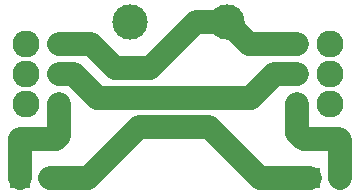
<source format=gtl>
G04 #@! TF.FileFunction,Copper,L1,Top,Signal*
%FSLAX46Y46*%
G04 Gerber Fmt 4.6, Leading zero omitted, Abs format (unit mm)*
G04 Created by KiCad (PCBNEW 4.0.6) date Sun May 21 15:28:29 2017*
%MOMM*%
%LPD*%
G01*
G04 APERTURE LIST*
%ADD10C,0.100000*%
%ADD11C,3.000000*%
%ADD12R,1.700000X1.700000*%
%ADD13O,1.700000X1.700000*%
%ADD14C,1.778000*%
%ADD15C,2.286000*%
%ADD16C,2.000000*%
G04 APERTURE END LIST*
D10*
D11*
X126275000Y-98100000D03*
X134525000Y-98100000D03*
D12*
X117000000Y-111250000D03*
D13*
X119540000Y-111250000D03*
D12*
X141500000Y-111250000D03*
D13*
X144040000Y-111250000D03*
D14*
X120310000Y-105040000D03*
X120310000Y-102500000D03*
X120310000Y-99960000D03*
D15*
X117500000Y-105040000D03*
X117500000Y-102500000D03*
X117500000Y-99960000D03*
D14*
X140440000Y-99960000D03*
X140440000Y-102500000D03*
X140440000Y-105040000D03*
D15*
X143250000Y-99960000D03*
X143250000Y-102500000D03*
X143250000Y-105040000D03*
D16*
X134525000Y-98100000D02*
X131900000Y-98100000D01*
X122960000Y-99960000D02*
X120310000Y-99960000D01*
X125000000Y-102000000D02*
X122960000Y-99960000D01*
X128000000Y-102000000D02*
X125000000Y-102000000D01*
X131900000Y-98100000D02*
X128000000Y-102000000D01*
X140440000Y-99960000D02*
X136385000Y-99960000D01*
X136385000Y-99960000D02*
X134525000Y-98100000D01*
X120310000Y-102500000D02*
X121500000Y-102500000D01*
X121500000Y-102500000D02*
X123500000Y-104500000D01*
X123500000Y-104500000D02*
X136500000Y-104500000D01*
X136500000Y-104500000D02*
X138500000Y-102500000D01*
X138500000Y-102500000D02*
X140440000Y-102500000D01*
X119540000Y-111250000D02*
X122750000Y-111250000D01*
X137250000Y-111250000D02*
X141500000Y-111250000D01*
X133000000Y-107000000D02*
X137250000Y-111250000D01*
X127000000Y-107000000D02*
X133000000Y-107000000D01*
X122750000Y-111250000D02*
X127000000Y-107000000D01*
X117000000Y-111250000D02*
X117000000Y-108000000D01*
X120310000Y-107690000D02*
X120310000Y-105040000D01*
X120000000Y-108000000D02*
X120310000Y-107690000D01*
X117000000Y-108000000D02*
X120000000Y-108000000D01*
X144040000Y-111250000D02*
X144040000Y-108040000D01*
X140440000Y-107440000D02*
X140440000Y-105040000D01*
X141000000Y-108000000D02*
X140440000Y-107440000D01*
X144000000Y-108000000D02*
X141000000Y-108000000D01*
X144040000Y-108040000D02*
X144000000Y-108000000D01*
M02*

</source>
